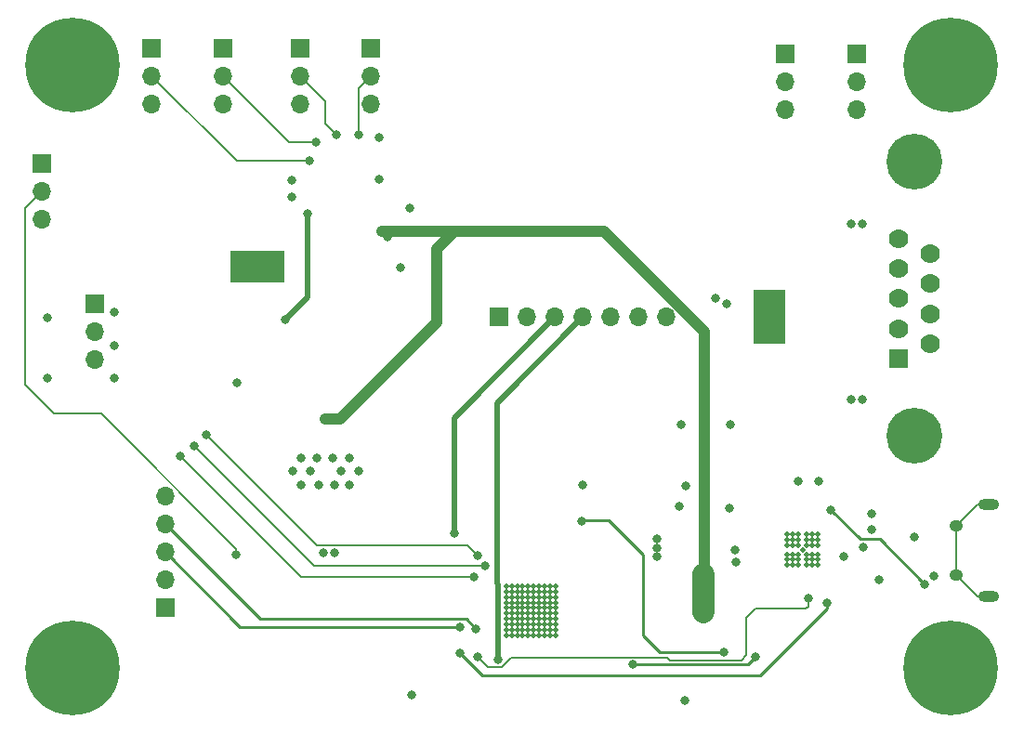
<source format=gbr>
%TF.GenerationSoftware,KiCad,Pcbnew,5.1.10-1.fc33*%
%TF.CreationDate,2021-05-26T11:17:30-04:00*%
%TF.ProjectId,UnderglowPCB,556e6465-7267-46c6-9f77-5043422e6b69,1.3.2*%
%TF.SameCoordinates,Original*%
%TF.FileFunction,Copper,L4,Bot*%
%TF.FilePolarity,Positive*%
%FSLAX46Y46*%
G04 Gerber Fmt 4.6, Leading zero omitted, Abs format (unit mm)*
G04 Created by KiCad (PCBNEW 5.1.10-1.fc33) date 2021-05-26 11:17:30*
%MOMM*%
%LPD*%
G01*
G04 APERTURE LIST*
%TA.AperFunction,ComponentPad*%
%ADD10C,0.500000*%
%TD*%
%TA.AperFunction,ComponentPad*%
%ADD11O,1.700000X1.700000*%
%TD*%
%TA.AperFunction,ComponentPad*%
%ADD12R,1.700000X1.700000*%
%TD*%
%TA.AperFunction,ComponentPad*%
%ADD13C,0.600000*%
%TD*%
%TA.AperFunction,SMDPad,CuDef*%
%ADD14R,2.950000X4.900000*%
%TD*%
%TA.AperFunction,ComponentPad*%
%ADD15O,1.250000X1.050000*%
%TD*%
%TA.AperFunction,ComponentPad*%
%ADD16O,1.900000X1.000000*%
%TD*%
%TA.AperFunction,ComponentPad*%
%ADD17C,0.900000*%
%TD*%
%TA.AperFunction,ComponentPad*%
%ADD18C,8.600000*%
%TD*%
%TA.AperFunction,SMDPad,CuDef*%
%ADD19R,4.900000X2.950000*%
%TD*%
%TA.AperFunction,ComponentPad*%
%ADD20C,1.778000*%
%TD*%
%TA.AperFunction,ComponentPad*%
%ADD21R,1.778000X1.778000*%
%TD*%
%TA.AperFunction,ComponentPad*%
%ADD22C,5.080000*%
%TD*%
%TA.AperFunction,ViaPad*%
%ADD23C,0.800000*%
%TD*%
%TA.AperFunction,Conductor*%
%ADD24C,0.250000*%
%TD*%
%TA.AperFunction,Conductor*%
%ADD25C,2.000000*%
%TD*%
%TA.AperFunction,Conductor*%
%ADD26C,1.000000*%
%TD*%
%TA.AperFunction,Conductor*%
%ADD27C,0.500000*%
%TD*%
%TA.AperFunction,Conductor*%
%ADD28C,0.200000*%
%TD*%
G04 APERTURE END LIST*
D10*
%TO.P,U1,39*%
%TO.N,GND*%
X153100000Y-124950000D03*
X152600000Y-124950000D03*
X152100000Y-124950000D03*
X151600000Y-124950000D03*
X151100000Y-124950000D03*
X150600000Y-124950000D03*
X150100000Y-124950000D03*
X149600000Y-124950000D03*
X149100000Y-124950000D03*
X148600000Y-124950000D03*
X151100000Y-124450000D03*
X149600000Y-124450000D03*
X150600000Y-124450000D03*
X148600000Y-124450000D03*
X149100000Y-124450000D03*
X152100000Y-124450000D03*
X152600000Y-124450000D03*
X153100000Y-124450000D03*
X150100000Y-124450000D03*
X151600000Y-124450000D03*
X151100000Y-123950000D03*
X149600000Y-123950000D03*
X150600000Y-123950000D03*
X148600000Y-123950000D03*
X149100000Y-123950000D03*
X152100000Y-123950000D03*
X152600000Y-123950000D03*
X153100000Y-123950000D03*
X150100000Y-123950000D03*
X151600000Y-123950000D03*
X151100000Y-123450000D03*
X149600000Y-123450000D03*
X150600000Y-123450000D03*
X148600000Y-123450000D03*
X149100000Y-123450000D03*
X152100000Y-123450000D03*
X152600000Y-123450000D03*
X153100000Y-123450000D03*
X150100000Y-123450000D03*
X151600000Y-123450000D03*
X151100000Y-122950000D03*
X149600000Y-122950000D03*
X150600000Y-122950000D03*
X148600000Y-122950000D03*
X149100000Y-122950000D03*
X152100000Y-122950000D03*
X152600000Y-122950000D03*
X153100000Y-122950000D03*
X150100000Y-122950000D03*
X151600000Y-122950000D03*
X151100000Y-122450000D03*
X149600000Y-122450000D03*
X150600000Y-122450000D03*
X148600000Y-122450000D03*
X149100000Y-122450000D03*
X152100000Y-122450000D03*
X152600000Y-122450000D03*
X153100000Y-122450000D03*
X150100000Y-122450000D03*
X151600000Y-122450000D03*
X151100000Y-121950000D03*
X149600000Y-121950000D03*
X150600000Y-121950000D03*
X148600000Y-121950000D03*
X149100000Y-121950000D03*
X152100000Y-121950000D03*
X152600000Y-121950000D03*
X153100000Y-121950000D03*
X150100000Y-121950000D03*
X151600000Y-121950000D03*
X151100000Y-121450000D03*
X149600000Y-121450000D03*
X150600000Y-121450000D03*
X148600000Y-121450000D03*
X149100000Y-121450000D03*
X152100000Y-121450000D03*
X152600000Y-121450000D03*
X153100000Y-121450000D03*
X150100000Y-121450000D03*
X151600000Y-121450000D03*
X151100000Y-120950000D03*
X149600000Y-120950000D03*
X150600000Y-120950000D03*
X148600000Y-120950000D03*
X149100000Y-120950000D03*
X152100000Y-120950000D03*
X152600000Y-120950000D03*
X153100000Y-120950000D03*
X150100000Y-120950000D03*
X151600000Y-120950000D03*
X151100000Y-120450000D03*
X149600000Y-120450000D03*
X150600000Y-120450000D03*
X148600000Y-120450000D03*
X149100000Y-120450000D03*
X152100000Y-120450000D03*
X152600000Y-120450000D03*
X153100000Y-120450000D03*
X150100000Y-120450000D03*
X151600000Y-120450000D03*
%TD*%
D11*
%TO.P,J11,5*%
%TO.N,JOYSTICK_B*%
X117550000Y-112290000D03*
%TO.P,J11,4*%
%TO.N,JOYSTICK_Y*%
X117550000Y-114830000D03*
%TO.P,J11,3*%
%TO.N,JOYSTICK_X*%
X117550000Y-117370000D03*
%TO.P,J11,2*%
%TO.N,+3V3*%
X117550000Y-119910000D03*
D12*
%TO.P,J11,1*%
%TO.N,GND*%
X117550000Y-122450000D03*
%TD*%
%TO.P,J12,1*%
%TO.N,GND*%
X147950000Y-95950000D03*
D11*
%TO.P,J12,2*%
%TO.N,+5V*%
X150490000Y-95950000D03*
%TO.P,J12,3*%
%TO.N,SPICLK*%
X153030000Y-95950000D03*
%TO.P,J12,4*%
%TO.N,MOSI*%
X155570000Y-95950000D03*
%TO.P,J12,5*%
%TO.N,OLED_RESET*%
X158110000Y-95950000D03*
%TO.P,J12,6*%
%TO.N,OLED_DC*%
X160650000Y-95950000D03*
%TO.P,J12,7*%
%TO.N,OLED_CS*%
X163190000Y-95950000D03*
%TD*%
D13*
%TO.P,U6,9*%
%TO.N,N/C*%
X173250000Y-97875000D03*
X173250000Y-96575000D03*
X171950000Y-96575000D03*
X171950000Y-97875000D03*
X173250000Y-93975000D03*
X173250000Y-95275000D03*
X171950000Y-95275000D03*
X171950000Y-93975000D03*
D14*
X172600000Y-95925000D03*
%TD*%
D11*
%TO.P,J8,3*%
%TO.N,+5V*%
X174050000Y-76990000D03*
%TO.P,J8,2*%
%TO.N,5V_LED_SPARE_1*%
X174050000Y-74450000D03*
D12*
%TO.P,J8,1*%
%TO.N,GND*%
X174050000Y-71910000D03*
%TD*%
D10*
%TO.P,U8,29*%
%TO.N,GND*%
X177000000Y-118550000D03*
X176500000Y-118550000D03*
X176000000Y-118550000D03*
X174200000Y-118550000D03*
X174700000Y-118550000D03*
X175200000Y-118550000D03*
X177000000Y-118050000D03*
X177000000Y-117550000D03*
X177000000Y-115750000D03*
X174200000Y-115750000D03*
X174200000Y-116250000D03*
X174200000Y-116750000D03*
X174200000Y-118050000D03*
X174200000Y-117550000D03*
X174700000Y-115750000D03*
X175200000Y-115750000D03*
X176500000Y-115750000D03*
X176000000Y-115750000D03*
X177000000Y-116250000D03*
X177000000Y-116750000D03*
X176500000Y-116250000D03*
X176500000Y-116750000D03*
X176000000Y-116750000D03*
X176000000Y-116250000D03*
X175200000Y-116250000D03*
X174700000Y-116250000D03*
X174700000Y-116750000D03*
X175200000Y-116750000D03*
X174700000Y-118050000D03*
X174700000Y-117550000D03*
X175200000Y-117550000D03*
X175200000Y-118050000D03*
X176500000Y-118050000D03*
X176000000Y-118050000D03*
X176000000Y-117550000D03*
X176500000Y-117550000D03*
X175600000Y-117150000D03*
%TD*%
D15*
%TO.P,J3,6*%
%TO.N,Net-(J3-Pad6)*%
X189600000Y-119425000D03*
X189600000Y-114975000D03*
D16*
X192600000Y-121375000D03*
X192600000Y-113025000D03*
%TD*%
D17*
%TO.P,H1,1*%
%TO.N,GND*%
X111330419Y-125669581D03*
X109050000Y-124725000D03*
X106769581Y-125669581D03*
X105825000Y-127950000D03*
X106769581Y-130230419D03*
X109050000Y-131175000D03*
X111330419Y-130230419D03*
X112275000Y-127950000D03*
D18*
X109050000Y-127950000D03*
%TD*%
%TO.P,H2,1*%
%TO.N,GND*%
X189050000Y-72950000D03*
D17*
X185825000Y-72950000D03*
X186769581Y-70669581D03*
X189050000Y-69725000D03*
X191330419Y-70669581D03*
X192275000Y-72950000D03*
X191330419Y-75230419D03*
X189050000Y-76175000D03*
X186769581Y-75230419D03*
%TD*%
%TO.P,H3,1*%
%TO.N,GND*%
X191330419Y-125669581D03*
X189050000Y-124725000D03*
X186769581Y-125669581D03*
X185825000Y-127950000D03*
X186769581Y-130230419D03*
X189050000Y-131175000D03*
X191330419Y-130230419D03*
X192275000Y-127950000D03*
D18*
X189050000Y-127950000D03*
%TD*%
%TO.P,H4,1*%
%TO.N,GND*%
X109050000Y-72950000D03*
D17*
X112275000Y-72950000D03*
X111330419Y-75230419D03*
X109050000Y-76175000D03*
X106769581Y-75230419D03*
X105825000Y-72950000D03*
X106769581Y-70669581D03*
X109050000Y-69725000D03*
X111330419Y-70669581D03*
%TD*%
D11*
%TO.P,J9,3*%
%TO.N,+5V*%
X180550000Y-76990000D03*
%TO.P,J9,2*%
%TO.N,5V_LED_SPARE_2*%
X180550000Y-74450000D03*
D12*
%TO.P,J9,1*%
%TO.N,GND*%
X180550000Y-71910000D03*
%TD*%
D11*
%TO.P,J10,3*%
%TO.N,TURN_LEFT*%
X111100000Y-99830000D03*
%TO.P,J10,2*%
%TO.N,TURN_RIGHT*%
X111100000Y-97290000D03*
D12*
%TO.P,J10,1*%
%TO.N,BRAKE*%
X111100000Y-94750000D03*
%TD*%
%TO.P,J4,1*%
%TO.N,GND*%
X116300000Y-71410000D03*
D11*
%TO.P,J4,2*%
%TO.N,UNDRGLW_FRNT*%
X116300000Y-73950000D03*
%TO.P,J4,3*%
%TO.N,+12V*%
X116300000Y-76490000D03*
%TD*%
%TO.P,J5,3*%
%TO.N,+12V*%
X122800000Y-76490000D03*
%TO.P,J5,2*%
%TO.N,UNDRGLW_LEFT*%
X122800000Y-73950000D03*
D12*
%TO.P,J5,1*%
%TO.N,GND*%
X122800000Y-71410000D03*
%TD*%
%TO.P,J6,1*%
%TO.N,GND*%
X129800000Y-71410000D03*
D11*
%TO.P,J6,2*%
%TO.N,UNDRGLW_REAR*%
X129800000Y-73950000D03*
%TO.P,J6,3*%
%TO.N,+12V*%
X129800000Y-76490000D03*
%TD*%
D12*
%TO.P,J7,1*%
%TO.N,GND*%
X136300000Y-71410000D03*
D11*
%TO.P,J7,2*%
%TO.N,UNDRGLW_RGHT*%
X136300000Y-73950000D03*
%TO.P,J7,3*%
%TO.N,+12V*%
X136300000Y-76490000D03*
%TD*%
D12*
%TO.P,J1,1*%
%TO.N,GND*%
X106300000Y-81950000D03*
D11*
%TO.P,J1,2*%
%TO.N,AUX*%
X106300000Y-84490000D03*
%TO.P,J1,3*%
%TO.N,CAR_12V*%
X106300000Y-87030000D03*
%TD*%
D19*
%TO.P,U2,9*%
%TO.N,GND*%
X125900000Y-91350000D03*
D13*
X127850000Y-90700000D03*
X126550000Y-90700000D03*
X126550000Y-92000000D03*
X127850000Y-92000000D03*
X123950000Y-90700000D03*
X125250000Y-90700000D03*
X125250000Y-92000000D03*
X123950000Y-92000000D03*
%TD*%
D20*
%TO.P,J2,5*%
%TO.N,Net-(J2-Pad5)*%
X184377600Y-88763600D03*
%TO.P,J2,4*%
%TO.N,Net-(J2-Pad4)*%
X184377600Y-91506800D03*
%TO.P,J2,3*%
%TO.N,GND*%
X184377600Y-94250000D03*
%TO.P,J2,2*%
%TO.N,Net-(D4-Pad2)*%
X184377600Y-96993200D03*
D21*
%TO.P,J2,1*%
%TO.N,Net-(J2-Pad1)*%
X184377600Y-99736400D03*
D20*
%TO.P,J2,9*%
%TO.N,Net-(J2-Pad9)*%
X187222400Y-90135200D03*
%TO.P,J2,8*%
%TO.N,Net-(J2-Pad8)*%
X187222400Y-92878400D03*
%TO.P,J2,7*%
%TO.N,Net-(D5-Pad2)*%
X187222400Y-95621600D03*
%TO.P,J2,6*%
%TO.N,Net-(J2-Pad6)*%
X187222400Y-98364800D03*
D22*
%TO.P,J2,G1*%
%TO.N,N/C*%
X185800000Y-81753200D03*
%TO.P,J2,G2*%
X185800000Y-106746800D03*
%TD*%
D23*
%TO.N,GND*%
X164850000Y-130900000D03*
X139950000Y-130350000D03*
X155550000Y-111250000D03*
X181100000Y-116930000D03*
X169450000Y-117150000D03*
X169550000Y-118250000D03*
X164350000Y-113150000D03*
X129050000Y-83450000D03*
X129050000Y-84950000D03*
X181050000Y-87450000D03*
X180050000Y-103450000D03*
X181050000Y-103450000D03*
X180050000Y-87450000D03*
X132950000Y-117400000D03*
X131950000Y-117400000D03*
X168900000Y-113350000D03*
X169000000Y-105700000D03*
X164500000Y-105700000D03*
X168700000Y-94700000D03*
X167700000Y-94200000D03*
X112850000Y-95500000D03*
X112850000Y-98500000D03*
X112850000Y-101500000D03*
X106800000Y-101500000D03*
X106800000Y-96000000D03*
X177100000Y-110900000D03*
X181900000Y-113900000D03*
X175200000Y-110900000D03*
X181900000Y-115300000D03*
X185800000Y-116000000D03*
X187600000Y-119500000D03*
X179350000Y-117750000D03*
X137050000Y-79550000D03*
X138960000Y-91390000D03*
X139800000Y-86000000D03*
%TO.N,VBUS*%
X186724990Y-120275010D03*
X178200000Y-113500000D03*
%TO.N,+3V3*%
X166550000Y-119350000D03*
X166550000Y-120250000D03*
X166550000Y-121150000D03*
X166550000Y-121950000D03*
X166550000Y-122850000D03*
X166650000Y-98450000D03*
X137800000Y-88600000D03*
X132150000Y-105200000D03*
%TO.N,+5V*%
X162350000Y-117750000D03*
X162350000Y-116950000D03*
X162350000Y-116150000D03*
X124050000Y-101950000D03*
X131350000Y-108800000D03*
X132750000Y-108800000D03*
X132950000Y-111200000D03*
X131550000Y-111200000D03*
X130750000Y-110000000D03*
X129950000Y-108800000D03*
X129950000Y-111200000D03*
X129150000Y-110000000D03*
X133550000Y-110000000D03*
X135150000Y-110000000D03*
X134350000Y-108800000D03*
X134350000Y-111200000D03*
X165000000Y-111300000D03*
X182600000Y-119900000D03*
X137050000Y-83350000D03*
%TO.N,MOSI*%
X147850000Y-127150000D03*
%TO.N,SPICLK*%
X143850000Y-115650000D03*
%TO.N,JOYSTICK_X*%
X144350000Y-124150000D03*
%TO.N,JOYSTICK_Y*%
X145850000Y-124350000D03*
%TO.N,UNDRGLW_FRNT*%
X130700000Y-81700000D03*
%TO.N,UNDRGLW_LEFT*%
X131300000Y-80000000D03*
%TO.N,UNDRGLW_REAR*%
X133100000Y-79300000D03*
%TO.N,UNDRGLW_RGHT*%
X135150000Y-79350000D03*
%TO.N,EN*%
X171300000Y-126900000D03*
X160100000Y-127600000D03*
%TO.N,IO0*%
X155500000Y-114500000D03*
X168450000Y-126450000D03*
%TO.N,TURN_RIGHT_LOW*%
X146700000Y-118600000D03*
X120200000Y-107700000D03*
%TO.N,TURN_LEFT_LOW*%
X145700000Y-119600000D03*
X118900000Y-108600000D03*
%TO.N,BRAKE_LOW*%
X146000000Y-117700000D03*
X121300000Y-106700000D03*
%TO.N,RXD0*%
X146000000Y-126900000D03*
X176100000Y-121600000D03*
%TO.N,TXD0*%
X177850000Y-121950000D03*
X144350000Y-126550000D03*
%TO.N,Net-(C6-Pad2)*%
X130500000Y-86550000D03*
X128500000Y-96150000D03*
%TO.N,AUX*%
X124000000Y-117600000D03*
%TD*%
D24*
%TO.N,VBUS*%
X180874999Y-116174999D02*
X178200000Y-113500000D01*
X186724990Y-120275010D02*
X182624979Y-116174999D01*
X182624979Y-116174999D02*
X180874999Y-116174999D01*
D25*
%TO.N,+3V3*%
X166550000Y-122850000D02*
X166550000Y-119350000D01*
D26*
X166650000Y-122750000D02*
X166550000Y-122850000D01*
X166650000Y-98450000D02*
X166650000Y-122750000D01*
X166650000Y-97263998D02*
X157486002Y-88100000D01*
X166650000Y-98450000D02*
X166650000Y-97263998D01*
X132150000Y-105200000D02*
X133500000Y-105200000D01*
X133500000Y-105200000D02*
X142250000Y-96450000D01*
X142250000Y-89700000D02*
X143850000Y-88100000D01*
X142250000Y-96450000D02*
X142250000Y-89700000D01*
X143850000Y-88100000D02*
X137300000Y-88100000D01*
X157486002Y-88100000D02*
X143850000Y-88100000D01*
D27*
%TO.N,MOSI*%
X147850000Y-120311998D02*
X147750000Y-120211998D01*
X147850000Y-127150000D02*
X147850000Y-120311998D01*
X147750000Y-103770000D02*
X155570000Y-95950000D01*
X147750000Y-120211998D02*
X147750000Y-103770000D01*
%TO.N,SPICLK*%
X143850000Y-105130000D02*
X153030000Y-95950000D01*
X143850000Y-115650000D02*
X143850000Y-105130000D01*
D24*
%TO.N,JOYSTICK_X*%
X124330000Y-124150000D02*
X117550000Y-117370000D01*
X144350000Y-124150000D02*
X124330000Y-124150000D01*
%TO.N,JOYSTICK_Y*%
X145850000Y-124350000D02*
X144950000Y-123450000D01*
X126170000Y-123450000D02*
X117550000Y-114830000D01*
X144950000Y-123450000D02*
X126170000Y-123450000D01*
D28*
%TO.N,UNDRGLW_FRNT*%
X124050000Y-81700000D02*
X116300000Y-73950000D01*
X130700000Y-81700000D02*
X124050000Y-81700000D01*
%TO.N,UNDRGLW_LEFT*%
X128850000Y-80000000D02*
X122800000Y-73950000D01*
X131300000Y-80000000D02*
X128850000Y-80000000D01*
%TO.N,UNDRGLW_REAR*%
X133100000Y-79300000D02*
X132100000Y-78300000D01*
X132100000Y-76250000D02*
X129800000Y-73950000D01*
X132100000Y-78300000D02*
X132100000Y-76250000D01*
%TO.N,UNDRGLW_RGHT*%
X135150000Y-75100000D02*
X136300000Y-73950000D01*
X135150000Y-79350000D02*
X135150000Y-75100000D01*
D24*
%TO.N,EN*%
X170600000Y-127600000D02*
X171300000Y-126900000D01*
X160100000Y-127600000D02*
X170600000Y-127600000D01*
%TO.N,IO0*%
X157950000Y-114450000D02*
X161050000Y-117550000D01*
X161050000Y-117550000D02*
X161050000Y-124950000D01*
X162550000Y-126450000D02*
X168450000Y-126450000D01*
X161050000Y-124950000D02*
X162550000Y-126450000D01*
X155550000Y-114450000D02*
X155500000Y-114500000D01*
X157950000Y-114450000D02*
X155550000Y-114450000D01*
D28*
%TO.N,TURN_RIGHT_LOW*%
X131100000Y-118600000D02*
X120200000Y-107700000D01*
X146700000Y-118600000D02*
X131100000Y-118600000D01*
%TO.N,TURN_LEFT_LOW*%
X129900000Y-119600000D02*
X118900000Y-108600000D01*
X145700000Y-119600000D02*
X129900000Y-119600000D01*
%TO.N,BRAKE_LOW*%
X131349999Y-116749999D02*
X121300000Y-106700000D01*
X145049999Y-116749999D02*
X131349999Y-116749999D01*
X146000000Y-117700000D02*
X145049999Y-116749999D01*
%TO.N,RXD0*%
X163500001Y-127200001D02*
X170037997Y-127200001D01*
X149012003Y-126949999D02*
X163249999Y-126949999D01*
X148162001Y-127800001D02*
X149012003Y-126949999D01*
X163249999Y-126949999D02*
X163500001Y-127200001D01*
X146900001Y-127800001D02*
X148162001Y-127800001D01*
X146000000Y-126900000D02*
X146900001Y-127800001D01*
X176100000Y-121600000D02*
X176100000Y-122300000D01*
X176100000Y-122300000D02*
X175900000Y-122500000D01*
X175900000Y-122500000D02*
X171300000Y-122500000D01*
X171300000Y-122500000D02*
X170500000Y-123300000D01*
X170500000Y-126737998D02*
X170037997Y-127200001D01*
X170500000Y-123300000D02*
X170500000Y-126737998D01*
D24*
%TO.N,TXD0*%
X146425011Y-128625011D02*
X144350000Y-126550000D01*
X171740674Y-128625011D02*
X146425011Y-128625011D01*
X177850000Y-122515685D02*
X171740674Y-128625011D01*
X177850000Y-121950000D02*
X177850000Y-122515685D01*
D28*
%TO.N,Net-(J3-Pad6)*%
X192600000Y-121375000D02*
X191550000Y-121375000D01*
X192600000Y-113025000D02*
X191550000Y-113025000D01*
X191550000Y-113025000D02*
X189600000Y-114975000D01*
X191550000Y-121375000D02*
X189600000Y-119425000D01*
X189600000Y-119425000D02*
X189600000Y-114975000D01*
D27*
%TO.N,Net-(C6-Pad2)*%
X130500000Y-94150000D02*
X128500000Y-96150000D01*
X130500000Y-86550000D02*
X130500000Y-94150000D01*
D28*
%TO.N,AUX*%
X104800000Y-85990000D02*
X106300000Y-84490000D01*
X104800000Y-102100000D02*
X104800000Y-85990000D01*
X107400000Y-104700000D02*
X104800000Y-102100000D01*
X111665685Y-104700000D02*
X107400000Y-104700000D01*
X124000000Y-117034315D02*
X111665685Y-104700000D01*
X124000000Y-117600000D02*
X124000000Y-117034315D01*
%TD*%
M02*

</source>
